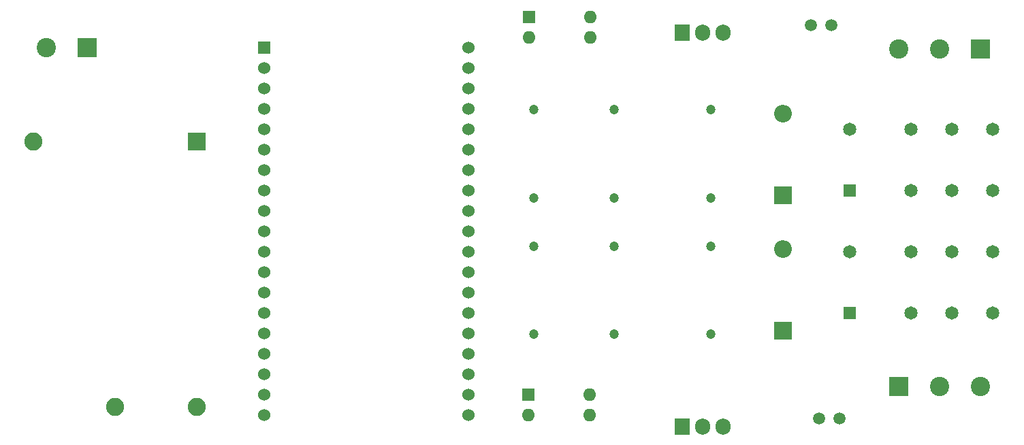
<source format=gbr>
%TF.GenerationSoftware,KiCad,Pcbnew,8.0.6-8.0.6-0~ubuntu22.04.1*%
%TF.CreationDate,2024-11-04T11:52:37+07:00*%
%TF.ProjectId,projectGATE,70726f6a-6563-4744-9741-54452e6b6963,rev?*%
%TF.SameCoordinates,Original*%
%TF.FileFunction,Copper,L1,Top*%
%TF.FilePolarity,Positive*%
%FSLAX46Y46*%
G04 Gerber Fmt 4.6, Leading zero omitted, Abs format (unit mm)*
G04 Created by KiCad (PCBNEW 8.0.6-8.0.6-0~ubuntu22.04.1) date 2024-11-04 11:52:37*
%MOMM*%
%LPD*%
G01*
G04 APERTURE LIST*
%TA.AperFunction,ComponentPad*%
%ADD10R,1.600000X1.600000*%
%TD*%
%TA.AperFunction,ComponentPad*%
%ADD11O,1.600000X1.600000*%
%TD*%
%TA.AperFunction,ComponentPad*%
%ADD12R,1.530000X1.530000*%
%TD*%
%TA.AperFunction,ComponentPad*%
%ADD13C,1.530000*%
%TD*%
%TA.AperFunction,ComponentPad*%
%ADD14C,1.200000*%
%TD*%
%TA.AperFunction,ComponentPad*%
%ADD15R,1.905000X2.000000*%
%TD*%
%TA.AperFunction,ComponentPad*%
%ADD16O,1.905000X2.000000*%
%TD*%
%TA.AperFunction,ComponentPad*%
%ADD17R,2.250000X2.250000*%
%TD*%
%TA.AperFunction,ComponentPad*%
%ADD18C,2.250000*%
%TD*%
%TA.AperFunction,ComponentPad*%
%ADD19R,1.650000X1.650000*%
%TD*%
%TA.AperFunction,ComponentPad*%
%ADD20C,1.650000*%
%TD*%
%TA.AperFunction,ComponentPad*%
%ADD21R,2.400000X2.400000*%
%TD*%
%TA.AperFunction,ComponentPad*%
%ADD22C,2.400000*%
%TD*%
%TA.AperFunction,ComponentPad*%
%ADD23R,2.200000X2.200000*%
%TD*%
%TA.AperFunction,ComponentPad*%
%ADD24O,2.200000X2.200000*%
%TD*%
%TA.AperFunction,ComponentPad*%
%ADD25C,1.508000*%
%TD*%
G04 APERTURE END LIST*
D10*
%TO.P,U3,1*%
%TO.N,Net-(R7-Pad2)*%
X150807500Y-132000000D03*
D11*
%TO.P,U3,2*%
%TO.N,GND*%
X150807500Y-134540000D03*
%TO.P,U3,3*%
%TO.N,Net-(R11-Pad1)*%
X158427500Y-134540000D03*
%TO.P,U3,4*%
%TO.N,5V*%
X158427500Y-132000000D03*
%TD*%
D10*
%TO.P,U2,1*%
%TO.N,Net-(R8-Pad2)*%
X150887500Y-85000000D03*
D11*
%TO.P,U2,2*%
%TO.N,GND*%
X150887500Y-87540000D03*
%TO.P,U2,3*%
%TO.N,Net-(R9-Pad1)*%
X158507500Y-87540000D03*
%TO.P,U2,4*%
%TO.N,5V*%
X158507500Y-85000000D03*
%TD*%
D12*
%TO.P,U1,1,3V3*%
%TO.N,unconnected-(U1-3V3-Pad1)*%
X118000000Y-88800000D03*
D13*
%TO.P,U1,2,EN*%
%TO.N,unconnected-(U1-EN-Pad2)*%
X118000000Y-91340000D03*
%TO.P,U1,3,SENSOR_VP*%
%TO.N,unconnected-(U1-SENSOR_VP-Pad3)*%
X118000000Y-93880000D03*
%TO.P,U1,4,SENSOR_VN*%
%TO.N,unconnected-(U1-SENSOR_VN-Pad4)*%
X118000000Y-96420000D03*
%TO.P,U1,5,IO34*%
%TO.N,unconnected-(U1-IO34-Pad5)*%
X118000000Y-98960000D03*
%TO.P,U1,6,IO35*%
%TO.N,unconnected-(U1-IO35-Pad6)*%
X118000000Y-101500000D03*
%TO.P,U1,7,IO32*%
%TO.N,unconnected-(U1-IO32-Pad7)*%
X118000000Y-104040000D03*
%TO.P,U1,8,IO33*%
%TO.N,unconnected-(U1-IO33-Pad8)*%
X118000000Y-106580000D03*
%TO.P,U1,9,IO25*%
%TO.N,unconnected-(U1-IO25-Pad9)*%
X118000000Y-109120000D03*
%TO.P,U1,10,IO26*%
%TO.N,unconnected-(U1-IO26-Pad10)*%
X118000000Y-111660000D03*
%TO.P,U1,11,IO27*%
%TO.N,unconnected-(U1-IO27-Pad11)*%
X118000000Y-114200000D03*
%TO.P,U1,12,IO14*%
%TO.N,unconnected-(U1-IO14-Pad12)*%
X118000000Y-116740000D03*
%TO.P,U1,13,IO12*%
%TO.N,unconnected-(U1-IO12-Pad13)*%
X118000000Y-119280000D03*
%TO.P,U1,14,GND1*%
%TO.N,GND*%
X118000000Y-121820000D03*
%TO.P,U1,15,IO13*%
%TO.N,unconnected-(U1-IO13-Pad15)*%
X118000000Y-124360000D03*
%TO.P,U1,16,SD2*%
%TO.N,unconnected-(U1-SD2-Pad16)*%
X118000000Y-126900000D03*
%TO.P,U1,17,SD3*%
%TO.N,unconnected-(U1-SD3-Pad17)*%
X118000000Y-129440000D03*
%TO.P,U1,18,CMD*%
%TO.N,unconnected-(U1-CMD-Pad18)*%
X118000000Y-131980000D03*
%TO.P,U1,19,EXT_5V*%
%TO.N,5V*%
X118000000Y-134520000D03*
%TO.P,U1,20,CLK*%
%TO.N,unconnected-(U1-CLK-Pad20)*%
X143400000Y-134520000D03*
%TO.P,U1,21,SD0*%
%TO.N,unconnected-(U1-SD0-Pad21)*%
X143400000Y-131980000D03*
%TO.P,U1,22,SD1*%
%TO.N,unconnected-(U1-SD1-Pad22)*%
X143400000Y-129440000D03*
%TO.P,U1,23,IO15*%
%TO.N,unconnected-(U1-IO15-Pad23)*%
X143400000Y-126900000D03*
%TO.P,U1,24,IO2*%
%TO.N,unconnected-(U1-IO2-Pad24)*%
X143400000Y-124360000D03*
%TO.P,U1,25,IO0*%
%TO.N,unconnected-(U1-IO0-Pad25)*%
X143400000Y-121820000D03*
%TO.P,U1,26,IO4*%
%TO.N,unconnected-(U1-IO4-Pad26)*%
X143400000Y-119280000D03*
%TO.P,U1,27,IO16*%
%TO.N,unconnected-(U1-IO16-Pad27)*%
X143400000Y-116740000D03*
%TO.P,U1,28,IO17*%
%TO.N,unconnected-(U1-IO17-Pad28)*%
X143400000Y-114200000D03*
%TO.P,U1,29,IO5*%
%TO.N,unconnected-(U1-IO5-Pad29)*%
X143400000Y-111660000D03*
%TO.P,U1,30,IO18*%
%TO.N,unconnected-(U1-IO18-Pad30)*%
X143400000Y-109120000D03*
%TO.P,U1,31,IO19*%
%TO.N,unconnected-(U1-IO19-Pad31)*%
X143400000Y-106580000D03*
%TO.P,U1,32,GND2*%
%TO.N,GND*%
X143400000Y-104040000D03*
%TO.P,U1,33,IO21*%
%TO.N,unconnected-(U1-IO21-Pad33)*%
X143400000Y-101500000D03*
%TO.P,U1,34,RXD0*%
%TO.N,unconnected-(U1-RXD0-Pad34)*%
X143400000Y-98960000D03*
%TO.P,U1,35,TXD0*%
%TO.N,unconnected-(U1-TXD0-Pad35)*%
X143400000Y-96420000D03*
%TO.P,U1,36,IO22*%
%TO.N,Net-(U1-IO22)*%
X143400000Y-93880000D03*
%TO.P,U1,37,IO23*%
%TO.N,Net-(U1-IO23)*%
X143400000Y-91340000D03*
%TO.P,U1,38,GND3*%
%TO.N,unconnected-(U1-GND3-Pad38)*%
X143400000Y-88800000D03*
%TD*%
D14*
%TO.P,R11,1*%
%TO.N,Net-(R11-Pad1)*%
X161507500Y-124500000D03*
%TO.P,R11,2*%
%TO.N,Net-(Q2-B)*%
X161507500Y-113500000D03*
%TD*%
%TO.P,R10,1*%
%TO.N,Net-(D1-Pad2)*%
X173507500Y-96500000D03*
%TO.P,R10,2*%
%TO.N,Net-(D3-A)*%
X173507500Y-107500000D03*
%TD*%
%TO.P,R9,1*%
%TO.N,Net-(R9-Pad1)*%
X161507500Y-96500000D03*
%TO.P,R9,2*%
%TO.N,Net-(Q3-B)*%
X161507500Y-107500000D03*
%TD*%
%TO.P,R8,1*%
%TO.N,Net-(U1-IO23)*%
X151507500Y-96500000D03*
%TO.P,R8,2*%
%TO.N,Net-(R8-Pad2)*%
X151507500Y-107500000D03*
%TD*%
%TO.P,R7,1*%
%TO.N,Net-(U1-IO22)*%
X151507500Y-113500000D03*
%TO.P,R7,2*%
%TO.N,Net-(R7-Pad2)*%
X151507500Y-124500000D03*
%TD*%
D15*
%TO.P,Q3,1,B*%
%TO.N,Net-(Q3-B)*%
X169967500Y-86945000D03*
D16*
%TO.P,Q3,2,C*%
%TO.N,Net-(D3-A)*%
X172507500Y-86945000D03*
%TO.P,Q3,3,E*%
%TO.N,GND*%
X175047500Y-86945000D03*
%TD*%
D15*
%TO.P,Q2,1,B*%
%TO.N,Net-(Q2-B)*%
X169967500Y-135945000D03*
D16*
%TO.P,Q2,2,C*%
%TO.N,Net-(D4-A)*%
X172507500Y-135945000D03*
%TO.P,Q2,3,E*%
%TO.N,GND*%
X175047500Y-135945000D03*
%TD*%
D17*
%TO.P,PS1,1,AC(N)*%
%TO.N,Net-(PS1-AC(N))*%
X109587500Y-100500000D03*
D18*
%TO.P,PS1,4,+VO*%
%TO.N,5V*%
X109587500Y-133500000D03*
%TO.P,PS1,2,AC(L)*%
%TO.N,Net-(PS1-AC(L))*%
X89267500Y-100500000D03*
%TO.P,PS1,3,-VO*%
%TO.N,GND*%
X99427500Y-133500000D03*
%TD*%
D19*
%TO.P,K2,1*%
%TO.N,5V*%
X190807500Y-121810000D03*
D20*
%TO.P,K2,4*%
%TO.N,Net-(J3-Pad2)*%
X198427500Y-121810000D03*
%TO.P,K2,6*%
%TO.N,Net-(J3-Pad1)*%
X203507500Y-121810000D03*
%TO.P,K2,8*%
%TO.N,Net-(J3-Pad3)*%
X208587500Y-121810000D03*
%TO.P,K2,9*%
%TO.N,unconnected-(K2-Pad9)*%
X208587500Y-114190000D03*
%TO.P,K2,11*%
%TO.N,unconnected-(K2-Pad11)*%
X203507500Y-114190000D03*
%TO.P,K2,13*%
%TO.N,unconnected-(K2-Pad13)*%
X198427500Y-114190000D03*
%TO.P,K2,16*%
%TO.N,Net-(D4-A)*%
X190807500Y-114190000D03*
%TD*%
D19*
%TO.P,K1,1*%
%TO.N,5V*%
X190807500Y-106620000D03*
D20*
%TO.P,K1,4*%
%TO.N,Net-(J2-Pad2)*%
X198427500Y-106620000D03*
%TO.P,K1,6*%
%TO.N,Net-(J2-Pad1)*%
X203507500Y-106620000D03*
%TO.P,K1,8*%
%TO.N,Net-(J2-Pad3)*%
X208587500Y-106620000D03*
%TO.P,K1,9*%
%TO.N,unconnected-(K1-Pad9)*%
X208587500Y-99000000D03*
%TO.P,K1,11*%
%TO.N,unconnected-(K1-Pad11)*%
X203507500Y-99000000D03*
%TO.P,K1,13*%
%TO.N,unconnected-(K1-Pad13)*%
X198427500Y-99000000D03*
%TO.P,K1,16*%
%TO.N,Net-(D3-A)*%
X190807500Y-99000000D03*
%TD*%
D21*
%TO.P,J3,1,1*%
%TO.N,Net-(J3-Pad1)*%
X196840000Y-131000000D03*
D22*
%TO.P,J3,2,2*%
%TO.N,Net-(J3-Pad2)*%
X201920000Y-131000000D03*
%TO.P,J3,3,3*%
%TO.N,Net-(J3-Pad3)*%
X207000000Y-131000000D03*
%TD*%
D21*
%TO.P,J2,1,1*%
%TO.N,Net-(J2-Pad1)*%
X207000000Y-89000000D03*
D22*
%TO.P,J2,2,2*%
%TO.N,Net-(J2-Pad2)*%
X201920000Y-89000000D03*
%TO.P,J2,3,3*%
%TO.N,Net-(J2-Pad3)*%
X196840000Y-89000000D03*
%TD*%
D21*
%TO.P,J1,1,1*%
%TO.N,Net-(PS1-AC(N))*%
X95967500Y-88837500D03*
D22*
%TO.P,J1,2,2*%
%TO.N,Net-(PS1-AC(L))*%
X90887500Y-88837500D03*
%TD*%
D23*
%TO.P,D4,1,K*%
%TO.N,5V*%
X182507500Y-124080000D03*
D24*
%TO.P,D4,2,A*%
%TO.N,Net-(D4-A)*%
X182507500Y-113920000D03*
%TD*%
D23*
%TO.P,D3,1,K*%
%TO.N,5V*%
X182507500Y-107160000D03*
D24*
%TO.P,D3,2,A*%
%TO.N,Net-(D3-A)*%
X182507500Y-97000000D03*
%TD*%
D25*
%TO.P,D2,1*%
%TO.N,5V*%
X189507500Y-135000000D03*
%TO.P,D2,2*%
%TO.N,Net-(D2-Pad2)*%
X186967500Y-135000000D03*
%TD*%
D14*
%TO.P,R12,1*%
%TO.N,Net-(D2-Pad2)*%
X173507500Y-124500000D03*
%TO.P,R12,2*%
%TO.N,Net-(D4-A)*%
X173507500Y-113500000D03*
%TD*%
D25*
%TO.P,D1,1*%
%TO.N,5V*%
X188507500Y-86000000D03*
%TO.P,D1,2*%
%TO.N,Net-(D1-Pad2)*%
X185967500Y-86000000D03*
%TD*%
M02*

</source>
